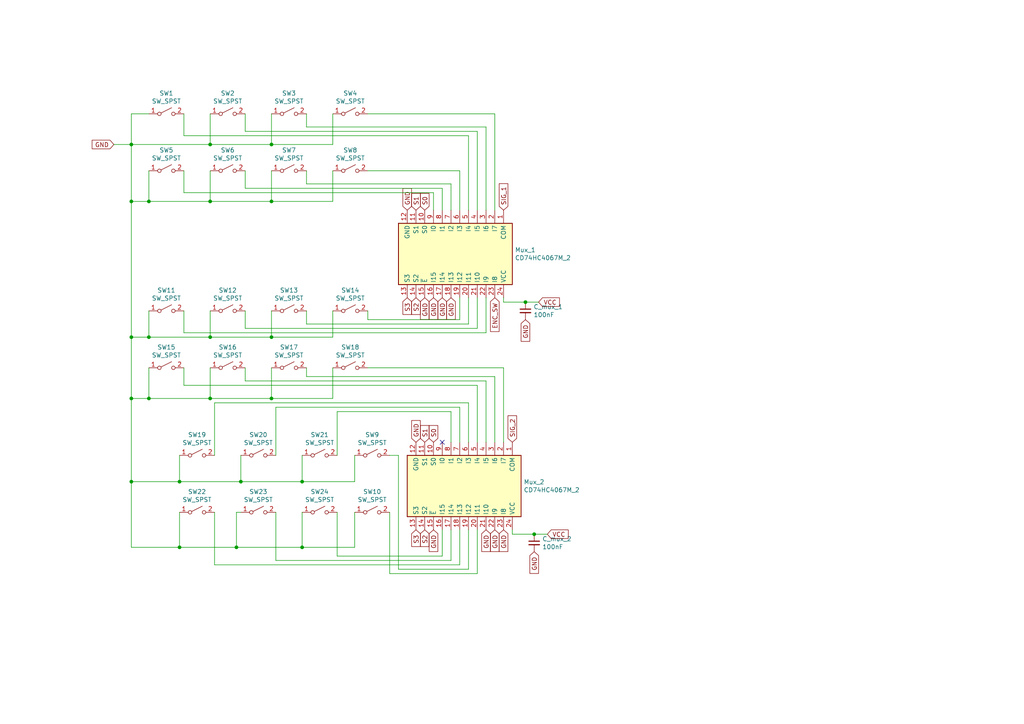
<source format=kicad_sch>
(kicad_sch (version 20211123) (generator eeschema)
  (paper "A4")
  (lib_symbols
    (symbol "Device:C_Small" (pin_numbers hide) (pin_names (offset 0.254) hide)
      (property "Reference" "C" (at 0.254 1.778 0))
      (property "Value" "C_Small" (at 0.254 -2.032 0))
      (symbol "C_Small_0_1"
        (polyline (pts (xy -1.524 -0.508) (xy 1.524 -0.508)) (stroke (width 0.3302)))
        (polyline (pts (xy -1.524 0.508) (xy 1.524 0.508)) (stroke (width 0.3048)))
      )
      (symbol "C_Small_1_1"
        (pin passive line (at 0 2.54 270) (length 2.032) (name "~") (number "1"))
        (pin passive line (at 0 -2.54 90) (length 2.032) (name "~") (number "2"))
      )
    )
    (symbol "Faduino-1-rescue:CD74HC4067M_2-74xx"
      (property "Reference" "U" (at -2.54 22.86 0))
      (property "Value" "CD74HC4067M_2-74xx" (at -7.62 20.32 0))
      (symbol "CD74HC4067M_2-74xx_0_1"
        (rectangle (start -8.89 19.05) (end 8.89 -13.97) (stroke (width 0.254)) (fill (type background)))
      )
      (symbol "CD74HC4067M_2-74xx_1_1"
        (pin passive line (at -12.7 16.51 0) (length 3.81) (name "COM") (number "1"))
        (pin input line (at -12.7 -6.35 0) (length 3.81) (name "S0") (number "10"))
        (pin input line (at -12.7 -8.89 0) (length 3.81) (name "S1") (number "11"))
        (pin power_in line (at -12.7 -11.43 0) (length 3.81) (name "GND") (number "12"))
        (pin input line (at 12.7 -11.43 180) (length 3.81) (name "S3") (number "13"))
        (pin input line (at 12.7 -8.89 180) (length 3.81) (name "S2") (number "14"))
        (pin input line (at 12.7 -6.35 180) (length 3.81) (name "~{E}") (number "15"))
        (pin passive line (at 12.7 -3.81 180) (length 3.81) (name "I15") (number "16"))
        (pin passive line (at 12.7 -1.27 180) (length 3.81) (name "I14") (number "17"))
        (pin passive line (at 12.7 1.27 180) (length 3.81) (name "I13") (number "18"))
        (pin passive line (at 12.7 3.81 180) (length 3.81) (name "I12") (number "19"))
        (pin passive line (at -12.7 13.97 0) (length 3.81) (name "I7") (number "2"))
        (pin passive line (at 12.7 6.35 180) (length 3.81) (name "I11") (number "20"))
        (pin passive line (at 12.7 8.89 180) (length 3.81) (name "I10") (number "21"))
        (pin passive line (at 12.7 11.43 180) (length 3.81) (name "I9") (number "22"))
        (pin passive line (at 12.7 13.97 180) (length 3.81) (name "I8") (number "23"))
        (pin power_in line (at 12.7 16.51 180) (length 3.81) (name "VCC") (number "24"))
        (pin passive line (at -12.7 11.43 0) (length 3.81) (name "I6") (number "3"))
        (pin passive line (at -12.7 8.89 0) (length 3.81) (name "I5") (number "4"))
        (pin passive line (at -12.7 6.35 0) (length 3.81) (name "I4") (number "5"))
        (pin passive line (at -12.7 3.81 0) (length 3.81) (name "I3") (number "6"))
        (pin passive line (at -12.7 1.27 0) (length 3.81) (name "I2") (number "7"))
        (pin passive line (at -12.7 -1.27 0) (length 3.81) (name "I1") (number "8"))
        (pin passive line (at -12.7 -3.81 0) (length 3.81) (name "I0") (number "9"))
      )
    )
    (symbol "Switch:SW_SPST" (pin_names (offset 0) hide)
      (property "Reference" "SW" (at 0 3.175 0))
      (property "Value" "SW_SPST" (at 0 -2.54 0))
      (symbol "SW_SPST_0_0"
        (circle (center -2.032 0) (radius 0.508))
        (polyline (pts (xy -1.524 0.254) (xy 1.524 1.778)))
        (circle (center 2.032 0) (radius 0.508))
      )
      (symbol "SW_SPST_1_1"
        (pin passive line (at -5.08 0 0) (length 2.54) (name "A") (number "1"))
        (pin passive line (at 5.08 0 180) (length 2.54) (name "B") (number "2"))
      )
    )
  )
  (junction (at 78.74 58.42))
  (junction (at 38.1 97.79))
  (junction (at 87.63 139.7))
  (junction (at 52.07 139.7))
  (junction (at 87.63 158.75))
  (junction (at 38.1 115.57))
  (junction (at 38.1 41.91))
  (junction (at 152.4 87.63))
  (junction (at 38.1 58.42))
  (junction (at 60.96 58.42))
  (junction (at 43.18 115.57))
  (junction (at 60.96 41.91))
  (junction (at 68.58 158.75))
  (junction (at 60.96 115.57))
  (junction (at 78.74 97.79))
  (junction (at 154.94 154.94))
  (junction (at 52.07 158.75))
  (junction (at 78.74 115.57))
  (junction (at 69.85 139.7))
  (junction (at 43.18 97.79))
  (junction (at 43.18 58.42))
  (junction (at 78.74 41.91))
  (junction (at 60.96 97.79))
  (junction (at 38.1 139.7))
  (no_connect (at 128.27 128.27))
  (wire (pts (xy 146.05 87.63) (xy 152.4 87.63)))
  (wire (pts (xy 138.43 166.37) (xy 138.43 153.67)))
  (wire (pts (xy 143.51 109.22) (xy 143.51 128.27)))
  (wire (pts (xy 60.96 49.53) (xy 60.96 58.42)))
  (wire (pts (xy 71.12 49.53) (xy 71.12 54.61)))
  (wire (pts (xy 113.03 166.37) (xy 138.43 166.37)))
  (wire (pts (xy 96.52 33.02) (xy 96.52 41.91)))
  (wire (pts (xy 53.34 39.37) (xy 135.89 39.37)))
  (wire (pts (xy 69.85 139.7) (xy 52.07 139.7)))
  (wire (pts (xy 78.74 90.17) (xy 78.74 97.79)))
  (wire (pts (xy 62.23 148.59) (xy 62.23 163.83)))
  (wire (pts (xy 78.74 58.42) (xy 60.96 58.42)))
  (wire (pts (xy 38.1 41.91) (xy 38.1 58.42)))
  (wire (pts (xy 135.89 39.37) (xy 135.89 60.96)))
  (wire (pts (xy 88.9 109.22) (xy 143.51 109.22)))
  (wire (pts (xy 113.03 132.08) (xy 115.57 132.08)))
  (wire (pts (xy 135.89 93.98) (xy 135.89 86.36)))
  (wire (pts (xy 43.18 97.79) (xy 38.1 97.79)))
  (wire (pts (xy 43.18 115.57) (xy 38.1 115.57)))
  (wire (pts (xy 96.52 58.42) (xy 78.74 58.42)))
  (wire (pts (xy 78.74 97.79) (xy 60.96 97.79)))
  (wire (pts (xy 62.23 132.08) (xy 62.23 116.84)))
  (wire (pts (xy 133.35 118.11) (xy 133.35 128.27)))
  (wire (pts (xy 69.85 148.59) (xy 68.58 148.59)))
  (wire (pts (xy 87.63 132.08) (xy 87.63 139.7)))
  (wire (pts (xy 148.59 154.94) (xy 154.94 154.94)))
  (wire (pts (xy 130.81 162.56) (xy 130.81 153.67)))
  (wire (pts (xy 97.79 132.08) (xy 97.79 119.38)))
  (wire (pts (xy 53.34 106.68) (xy 53.34 111.76)))
  (wire (pts (xy 53.34 96.52) (xy 140.97 96.52)))
  (wire (pts (xy 87.63 158.75) (xy 102.87 158.75)))
  (wire (pts (xy 68.58 158.75) (xy 87.63 158.75)))
  (wire (pts (xy 53.34 90.17) (xy 53.34 96.52)))
  (wire (pts (xy 88.9 49.53) (xy 88.9 53.34)))
  (wire (pts (xy 52.07 148.59) (xy 52.07 158.75)))
  (wire (pts (xy 33.02 41.91) (xy 38.1 41.91)))
  (wire (pts (xy 60.96 41.91) (xy 38.1 41.91)))
  (wire (pts (xy 154.94 154.94) (xy 158.75 154.94)))
  (wire (pts (xy 96.52 106.68) (xy 96.52 115.57)))
  (wire (pts (xy 38.1 115.57) (xy 38.1 139.7)))
  (wire (pts (xy 138.43 111.76) (xy 138.43 128.27)))
  (wire (pts (xy 87.63 158.75) (xy 87.63 148.59)))
  (wire (pts (xy 53.34 111.76) (xy 138.43 111.76)))
  (wire (pts (xy 128.27 54.61) (xy 128.27 60.96)))
  (wire (pts (xy 38.1 97.79) (xy 38.1 115.57)))
  (wire (pts (xy 87.63 139.7) (xy 69.85 139.7)))
  (wire (pts (xy 96.52 115.57) (xy 78.74 115.57)))
  (wire (pts (xy 106.68 90.17) (xy 106.68 92.71)))
  (wire (pts (xy 135.89 165.1) (xy 135.89 153.67)))
  (wire (pts (xy 88.9 106.68) (xy 88.9 109.22)))
  (wire (pts (xy 102.87 158.75) (xy 102.87 148.59)))
  (wire (pts (xy 71.12 110.49) (xy 140.97 110.49)))
  (wire (pts (xy 106.68 49.53) (xy 133.35 49.53)))
  (wire (pts (xy 152.4 87.63) (xy 156.21 87.63)))
  (wire (pts (xy 96.52 97.79) (xy 78.74 97.79)))
  (wire (pts (xy 68.58 148.59) (xy 68.58 158.75)))
  (wire (pts (xy 43.18 33.02) (xy 38.1 33.02)))
  (wire (pts (xy 115.57 132.08) (xy 115.57 165.1)))
  (wire (pts (xy 146.05 106.68) (xy 146.05 128.27)))
  (wire (pts (xy 96.52 41.91) (xy 78.74 41.91)))
  (wire (pts (xy 140.97 60.96) (xy 140.97 36.83)))
  (wire (pts (xy 88.9 93.98) (xy 135.89 93.98)))
  (wire (pts (xy 78.74 41.91) (xy 60.96 41.91)))
  (wire (pts (xy 60.96 97.79) (xy 43.18 97.79)))
  (wire (pts (xy 60.96 106.68) (xy 60.96 115.57)))
  (wire (pts (xy 125.73 55.88) (xy 125.73 60.96)))
  (wire (pts (xy 53.34 33.02) (xy 53.34 39.37)))
  (wire (pts (xy 80.01 132.08) (xy 80.01 118.11)))
  (wire (pts (xy 106.68 92.71) (xy 133.35 92.71)))
  (wire (pts (xy 53.34 49.53) (xy 53.34 55.88)))
  (wire (pts (xy 148.59 153.67) (xy 148.59 154.94)))
  (wire (pts (xy 78.74 49.53) (xy 78.74 58.42)))
  (wire (pts (xy 71.12 106.68) (xy 71.12 110.49)))
  (wire (pts (xy 78.74 106.68) (xy 78.74 115.57)))
  (wire (pts (xy 140.97 110.49) (xy 140.97 128.27)))
  (wire (pts (xy 52.07 158.75) (xy 68.58 158.75)))
  (wire (pts (xy 60.96 115.57) (xy 43.18 115.57)))
  (wire (pts (xy 43.18 106.68) (xy 43.18 115.57)))
  (wire (pts (xy 128.27 161.29) (xy 128.27 153.67)))
  (wire (pts (xy 140.97 36.83) (xy 88.9 36.83)))
  (wire (pts (xy 115.57 165.1) (xy 135.89 165.1)))
  (wire (pts (xy 60.96 33.02) (xy 60.96 41.91)))
  (wire (pts (xy 52.07 132.08) (xy 52.07 139.7)))
  (wire (pts (xy 140.97 96.52) (xy 140.97 86.36)))
  (wire (pts (xy 60.96 58.42) (xy 43.18 58.42)))
  (wire (pts (xy 88.9 36.83) (xy 88.9 33.02)))
  (wire (pts (xy 69.85 132.08) (xy 69.85 139.7)))
  (wire (pts (xy 43.18 58.42) (xy 38.1 58.42)))
  (wire (pts (xy 138.43 95.25) (xy 138.43 86.36)))
  (wire (pts (xy 138.43 38.1) (xy 138.43 60.96)))
  (wire (pts (xy 133.35 49.53) (xy 133.35 60.96)))
  (wire (pts (xy 53.34 55.88) (xy 125.73 55.88)))
  (wire (pts (xy 71.12 54.61) (xy 128.27 54.61)))
  (wire (pts (xy 62.23 163.83) (xy 133.35 163.83)))
  (wire (pts (xy 80.01 148.59) (xy 80.01 162.56)))
  (wire (pts (xy 78.74 115.57) (xy 60.96 115.57)))
  (wire (pts (xy 71.12 33.02) (xy 71.12 38.1)))
  (wire (pts (xy 97.79 148.59) (xy 97.79 161.29)))
  (wire (pts (xy 80.01 118.11) (xy 133.35 118.11)))
  (wire (pts (xy 97.79 119.38) (xy 130.81 119.38)))
  (wire (pts (xy 71.12 95.25) (xy 138.43 95.25)))
  (wire (pts (xy 113.03 148.59) (xy 113.03 166.37)))
  (wire (pts (xy 143.51 33.02) (xy 143.51 60.96)))
  (wire (pts (xy 106.68 106.68) (xy 146.05 106.68)))
  (wire (pts (xy 62.23 116.84) (xy 135.89 116.84)))
  (wire (pts (xy 60.96 90.17) (xy 60.96 97.79)))
  (wire (pts (xy 97.79 161.29) (xy 128.27 161.29)))
  (wire (pts (xy 130.81 53.34) (xy 130.81 60.96)))
  (wire (pts (xy 102.87 139.7) (xy 102.87 132.08)))
  (wire (pts (xy 38.1 58.42) (xy 38.1 97.79)))
  (wire (pts (xy 71.12 90.17) (xy 71.12 95.25)))
  (wire (pts (xy 135.89 116.84) (xy 135.89 128.27)))
  (wire (pts (xy 71.12 38.1) (xy 138.43 38.1)))
  (wire (pts (xy 38.1 33.02) (xy 38.1 41.91)))
  (wire (pts (xy 96.52 90.17) (xy 96.52 97.79)))
  (wire (pts (xy 43.18 90.17) (xy 43.18 97.79)))
  (wire (pts (xy 88.9 90.17) (xy 88.9 93.98)))
  (wire (pts (xy 133.35 92.71) (xy 133.35 86.36)))
  (wire (pts (xy 88.9 53.34) (xy 130.81 53.34)))
  (wire (pts (xy 78.74 33.02) (xy 78.74 41.91)))
  (wire (pts (xy 52.07 139.7) (xy 38.1 139.7)))
  (wire (pts (xy 106.68 33.02) (xy 143.51 33.02)))
  (wire (pts (xy 43.18 49.53) (xy 43.18 58.42)))
  (wire (pts (xy 130.81 119.38) (xy 130.81 128.27)))
  (wire (pts (xy 38.1 139.7) (xy 38.1 158.75)))
  (wire (pts (xy 96.52 49.53) (xy 96.52 58.42)))
  (wire (pts (xy 38.1 158.75) (xy 52.07 158.75)))
  (wire (pts (xy 146.05 86.36) (xy 146.05 87.63)))
  (wire (pts (xy 133.35 163.83) (xy 133.35 153.67)))
  (wire (pts (xy 87.63 139.7) (xy 102.87 139.7)))
  (wire (pts (xy 80.01 162.56) (xy 130.81 162.56)))
  (global_label "GND" (shape input) (at 120.65 128.27 90) (property "Intersheet References" "${INTERSHEET_REFS}" (effects hide)))
  (global_label "GND" (shape input) (at 143.51 153.67 270) (property "Intersheet References" "${INTERSHEET_REFS}" (effects hide)))
  (global_label "GND" (shape input) (at 128.27 86.36 270) (property "Intersheet References" "${INTERSHEET_REFS}" (effects hide)))
  (global_label "SIG_1" (shape input) (at 146.05 60.96 90) (property "Intersheet References" "${INTERSHEET_REFS}" (effects hide)))
  (global_label "S2" (shape input) (at 120.65 86.36 270) (property "Intersheet References" "${INTERSHEET_REFS}" (effects hide)))
  (global_label "S3" (shape input) (at 120.65 153.67 270) (property "Intersheet References" "${INTERSHEET_REFS}" (effects hide)))
  (global_label "GND" (shape input) (at 140.97 153.67 270) (property "Intersheet References" "${INTERSHEET_REFS}" (effects hide)))
  (global_label "SIG_2" (shape input) (at 148.59 128.27 90) (property "Intersheet References" "${INTERSHEET_REFS}" (effects hide)))
  (global_label "GND" (shape input) (at 125.73 153.67 270) (property "Intersheet References" "${INTERSHEET_REFS}" (effects hide)))
  (global_label "GND" (shape input) (at 118.11 60.96 90) (property "Intersheet References" "${INTERSHEET_REFS}" (effects hide)))
  (global_label "S1" (shape input) (at 120.65 60.96 90) (property "Intersheet References" "${INTERSHEET_REFS}" (effects hide)))
  (global_label "GND" (shape input) (at 123.19 86.36 270) (property "Intersheet References" "${INTERSHEET_REFS}" (effects hide)))
  (global_label "S0" (shape input) (at 125.73 128.27 90) (property "Intersheet References" "${INTERSHEET_REFS}" (effects hide)))
  (global_label "S2" (shape input) (at 123.19 153.67 270) (property "Intersheet References" "${INTERSHEET_REFS}" (effects hide)))
  (global_label "VCC" (shape input) (at 156.21 87.63 0) (property "Intersheet References" "${INTERSHEET_REFS}" (effects hide)))
  (global_label "GND" (shape input) (at 33.02 41.91 180) (property "Intersheet References" "${INTERSHEET_REFS}" (effects hide)))
  (global_label "GND" (shape input) (at 130.81 86.36 270) (property "Intersheet References" "${INTERSHEET_REFS}" (effects hide)))
  (global_label "S1" (shape input) (at 123.19 128.27 90) (property "Intersheet References" "${INTERSHEET_REFS}" (effects hide)))
  (global_label "ENC_SW" (shape input) (at 143.51 86.36 270) (property "Intersheet References" "${INTERSHEET_REFS}" (effects hide)))
  (global_label "GND" (shape input) (at 154.94 160.02 270) (property "Intersheet References" "${INTERSHEET_REFS}" (effects hide)))
  (global_label "VCC" (shape input) (at 158.75 154.94 0) (property "Intersheet References" "${INTERSHEET_REFS}" (effects hide)))
  (global_label "S3" (shape input) (at 118.11 86.36 270) (property "Intersheet References" "${INTERSHEET_REFS}" (effects hide)))
  (global_label "S0" (shape input) (at 123.19 60.96 90) (property "Intersheet References" "${INTERSHEET_REFS}" (effects hide)))
  (global_label "GND" (shape input) (at 125.73 86.36 270) (property "Intersheet References" "${INTERSHEET_REFS}" (effects hide)))
  (global_label "GND" (shape input) (at 152.4 92.71 270) (property "Intersheet References" "${INTERSHEET_REFS}" (effects hide)))
  (global_label "GND" (shape input) (at 146.05 153.67 270) (property "Intersheet References" "${INTERSHEET_REFS}" (effects hide)))
  (symbol (lib_id "Faduino-1-rescue:CD74HC4067M_2-74xx") (at 129.54 73.66 270) (unit 1)
    (property "Reference" "Mux_1" (at 149.352 72.4916 90) (effects (justify left)))
    (property "Value" "CD74HC4067M_2" (at 149.352 74.803 90) (effects (justify left)))
    (property "Footprint" "Package_SO:SSOP-24_5.3x8.2mm_P0.65mm" (effects hide))
    (property "Datasheet" "http://www.ti.com/lit/ds/symlink/cd74hc4067.pdf" (effects hide))
    (property "LCSC Part Number" "C98457" (effects hide))
    (property "LCSC" "C98457" (effects hide))
    (property "LCSC Part #" "C98457" (effects hide))
    (property "LCSC Part" "C97702" (effects hide))
  )
  (symbol (lib_id "Faduino-1-rescue:CD74HC4067M_2-74xx") (at 132.08 140.97 270) (unit 1)
    (property "Reference" "Mux_2" (at 151.892 139.8016 90) (effects (justify left)))
    (property "Value" "CD74HC4067M_2" (at 151.892 142.113 90) (effects (justify left)))
    (property "Footprint" "Package_SO:SSOP-24_5.3x8.2mm_P0.65mm" (effects hide))
    (property "Datasheet" "http://www.ti.com/lit/ds/symlink/cd74hc4067.pdf" (effects hide))
    (property "LCSC Part Number" "C98457" (effects hide))
    (property "LCSC" "C98457" (effects hide))
    (property "LCSC Part #" "C98457" (effects hide))
    (property "LCSC Part" "C97702" (effects hide))
  )
  (symbol (lib_id "Switch:SW_SPST") (at 48.26 33.02 0) (unit 1)
    (property "Reference" "SW1" (at 48.26 27.051 0))
    (property "Value" "SW_SPST" (at 48.26 29.3624 0))
    (property "Footprint" "4Squared:BUTTONPAD-1x1" (effects hide))
  )
  (symbol (lib_id "Switch:SW_SPST") (at 66.04 33.02 0) (unit 1)
    (property "Reference" "SW2" (at 66.04 27.051 0))
    (property "Value" "SW_SPST" (at 66.04 29.3624 0))
    (property "Footprint" "4Squared:BUTTONPAD-1x1" (effects hide))
  )
  (symbol (lib_id "Switch:SW_SPST") (at 83.82 33.02 0) (unit 1)
    (property "Reference" "SW3" (at 83.82 27.051 0))
    (property "Value" "SW_SPST" (at 83.82 29.3624 0))
    (property "Footprint" "4Squared:BUTTONPAD-1x1" (effects hide))
  )
  (symbol (lib_id "Switch:SW_SPST") (at 101.6 33.02 0) (unit 1)
    (property "Reference" "SW4" (at 101.6 27.051 0))
    (property "Value" "SW_SPST" (at 101.6 29.3624 0))
    (property "Footprint" "4Squared:BUTTONPAD-1x1" (effects hide))
  )
  (symbol (lib_id "Switch:SW_SPST") (at 48.26 49.53 0) (unit 1)
    (property "Reference" "SW5" (at 48.26 43.561 0))
    (property "Value" "SW_SPST" (at 48.26 45.8724 0))
    (property "Footprint" "4Squared:BUTTONPAD-1x1" (effects hide))
  )
  (symbol (lib_id "Switch:SW_SPST") (at 66.04 49.53 0) (unit 1)
    (property "Reference" "SW6" (at 66.04 43.561 0))
    (property "Value" "SW_SPST" (at 66.04 45.8724 0))
    (property "Footprint" "4Squared:BUTTONPAD-1x1" (effects hide))
  )
  (symbol (lib_id "Switch:SW_SPST") (at 83.82 49.53 0) (unit 1)
    (property "Reference" "SW7" (at 83.82 43.561 0))
    (property "Value" "SW_SPST" (at 83.82 45.8724 0))
    (property "Footprint" "4Squared:BUTTONPAD-1x1" (effects hide))
  )
  (symbol (lib_id "Switch:SW_SPST") (at 101.6 49.53 0) (unit 1)
    (property "Reference" "SW8" (at 101.6 43.561 0))
    (property "Value" "SW_SPST" (at 101.6 45.8724 0))
    (property "Footprint" "4Squared:BUTTONPAD-1x1" (effects hide))
  )
  (symbol (lib_id "Switch:SW_SPST") (at 48.26 90.17 0) (unit 1)
    (property "Reference" "SW11" (at 48.26 84.201 0))
    (property "Value" "SW_SPST" (at 48.26 86.5124 0))
    (property "Footprint" "4Squared:BUTTONPAD-1x1" (effects hide))
  )
  (symbol (lib_id "Switch:SW_SPST") (at 66.04 90.17 0) (unit 1)
    (property "Reference" "SW12" (at 66.04 84.201 0))
    (property "Value" "SW_SPST" (at 66.04 86.5124 0))
    (property "Footprint" "4Squared:BUTTONPAD-1x1" (effects hide))
  )
  (symbol (lib_id "Switch:SW_SPST") (at 83.82 90.17 0) (unit 1)
    (property "Reference" "SW13" (at 83.82 84.201 0))
    (property "Value" "SW_SPST" (at 83.82 86.5124 0))
    (property "Footprint" "4Squared:BUTTONPAD-1x1" (effects hide))
  )
  (symbol (lib_id "Switch:SW_SPST") (at 101.6 90.17 0) (unit 1)
    (property "Reference" "SW14" (at 101.6 84.201 0))
    (property "Value" "SW_SPST" (at 101.6 86.5124 0))
    (property "Footprint" "4Squared:BUTTONPAD-1x1" (effects hide))
  )
  (symbol (lib_id "Switch:SW_SPST") (at 48.26 106.68 0) (unit 1)
    (property "Reference" "SW15" (at 48.26 100.711 0))
    (property "Value" "SW_SPST" (at 48.26 103.0224 0))
    (property "Footprint" "4Squared:BUTTONPAD-1x1" (effects hide))
  )
  (symbol (lib_id "Switch:SW_SPST") (at 66.04 106.68 0) (unit 1)
    (property "Reference" "SW16" (at 66.04 100.711 0))
    (property "Value" "SW_SPST" (at 66.04 103.0224 0))
    (property "Footprint" "4Squared:BUTTONPAD-1x1" (effects hide))
  )
  (symbol (lib_id "Switch:SW_SPST") (at 83.82 106.68 0) (unit 1)
    (property "Reference" "SW17" (at 83.82 100.711 0))
    (property "Value" "SW_SPST" (at 83.82 103.0224 0))
    (property "Footprint" "4Squared:BUTTONPAD-1x1" (effects hide))
  )
  (symbol (lib_id "Switch:SW_SPST") (at 101.6 106.68 0) (unit 1)
    (property "Reference" "SW18" (at 101.6 100.711 0))
    (property "Value" "SW_SPST" (at 101.6 103.0224 0))
    (property "Footprint" "4Squared:BUTTONPAD-1x1" (effects hide))
  )
  (symbol (lib_id "Switch:SW_SPST") (at 107.95 132.08 0) (unit 1)
    (property "Reference" "SW9" (at 107.95 126.111 0))
    (property "Value" "SW_SPST" (at 107.95 128.4224 0))
    (property "Footprint" "4Squared:BUTTONPAD-1x1" (effects hide))
  )
  (symbol (lib_id "Switch:SW_SPST") (at 107.95 148.59 0) (unit 1)
    (property "Reference" "SW10" (at 107.95 142.621 0))
    (property "Value" "SW_SPST" (at 107.95 144.9324 0))
    (property "Footprint" "4Squared:BUTTONPAD-1x1" (effects hide))
  )
  (symbol (lib_id "Switch:SW_SPST") (at 57.15 132.08 0) (unit 1)
    (property "Reference" "SW19" (at 57.15 126.111 0))
    (property "Value" "SW_SPST" (at 57.15 128.4224 0))
    (property "Footprint" "4Squared:BUTTONPAD-1x1" (effects hide))
  )
  (symbol (lib_id "Switch:SW_SPST") (at 74.93 132.08 0) (unit 1)
    (property "Reference" "SW20" (at 74.93 126.111 0))
    (property "Value" "SW_SPST" (at 74.93 128.4224 0))
    (property "Footprint" "4Squared:BUTTONPAD-1x1" (effects hide))
  )
  (symbol (lib_id "Switch:SW_SPST") (at 92.71 132.08 0) (unit 1)
    (property "Reference" "SW21" (at 92.71 126.111 0))
    (property "Value" "SW_SPST" (at 92.71 128.4224 0))
    (property "Footprint" "4Squared:BUTTONPAD-1x1" (effects hide))
  )
  (symbol (lib_id "Switch:SW_SPST") (at 57.15 148.59 0) (unit 1)
    (property "Reference" "SW22" (at 57.15 142.621 0))
    (property "Value" "SW_SPST" (at 57.15 144.9324 0))
    (property "Footprint" "4Squared:BUTTONPAD-1x1" (effects hide))
  )
  (symbol (lib_id "Switch:SW_SPST") (at 74.93 148.59 0) (unit 1)
    (property "Reference" "SW23" (at 74.93 142.621 0))
    (property "Value" "SW_SPST" (at 74.93 144.9324 0))
    (property "Footprint" "4Squared:BUTTONPAD-1x1" (effects hide))
  )
  (symbol (lib_id "Switch:SW_SPST") (at 92.71 148.59 0) (unit 1)
    (property "Reference" "SW24" (at 92.71 142.621 0))
    (property "Value" "SW_SPST" (at 92.71 144.9324 0))
    (property "Footprint" "4Squared:BUTTONPAD-1x1" (effects hide))
  )
  (symbol (lib_id "Device:C_Small") (at 152.4 90.17 0) (unit 1)
    (property "Reference" "C_mux_1" (at 154.7368 89.0016 0) (effects (justify left)))
    (property "Value" "100nF" (at 154.7368 91.313 0) (effects (justify left)))
    (property "Footprint" "Capacitor_SMD:C_0603_1608Metric" (effects hide))
    (property "LCSC Part Number" "C14663" (effects hide))
    (property "LCSC" "C14663" (effects hide))
    (property "LCSC Part #" "C14663" (effects hide))
    (property "LCSC Part" "C14663" (effects hide))
  )
  (symbol (lib_id "Device:C_Small") (at 154.94 157.48 0) (unit 1)
    (property "Reference" "C_mux_2" (at 157.2768 156.3116 0) (effects (justify left)))
    (property "Value" "100nF" (at 157.2768 158.623 0) (effects (justify left)))
    (property "Footprint" "Capacitor_SMD:C_0603_1608Metric" (effects hide))
    (property "LCSC Part Number" "C14663" (effects hide))
    (property "LCSC" "C14663" (effects hide))
    (property "LCSC Part #" "C14663" (effects hide))
    (property "LCSC Part" "C14663" (effects hide))
  )
)
</source>
